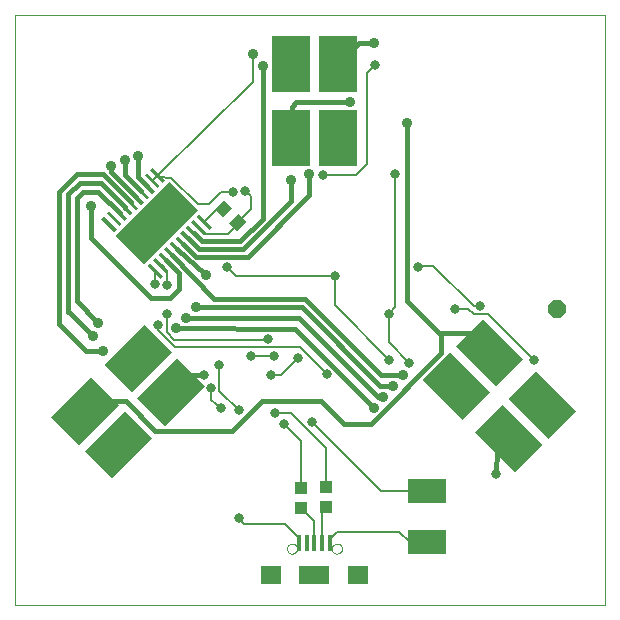
<source format=gbl>
G75*
%MOIN*%
%OFA0B0*%
%FSLAX24Y24*%
%IPPOS*%
%LPD*%
%AMOC8*
5,1,8,0,0,1.08239X$1,22.5*
%
%ADD10C,0.0000*%
%ADD11R,0.0118X0.0610*%
%ADD12R,0.2559X0.1339*%
%ADD13R,0.1299X0.1890*%
%ADD14R,0.0394X0.0433*%
%ADD15OC8,0.0600*%
%ADD16R,0.0709X0.0591*%
%ADD17R,0.0984X0.0591*%
%ADD18R,0.0157X0.0551*%
%ADD19R,0.0433X0.0394*%
%ADD20R,0.1299X0.0799*%
%ADD21C,0.0080*%
%ADD22C,0.0317*%
%ADD23C,0.0356*%
%ADD24C,0.0160*%
D10*
X000100Y001115D02*
X000100Y020800D01*
X019785Y020800D01*
X019785Y001115D01*
X000100Y001115D01*
X009175Y003001D02*
X009177Y003026D01*
X009183Y003051D01*
X009192Y003075D01*
X009205Y003097D01*
X009222Y003117D01*
X009241Y003134D01*
X009262Y003148D01*
X009286Y003158D01*
X009310Y003165D01*
X009336Y003168D01*
X009361Y003167D01*
X009386Y003162D01*
X009410Y003153D01*
X009433Y003141D01*
X009453Y003126D01*
X009471Y003107D01*
X009486Y003086D01*
X009497Y003063D01*
X009505Y003039D01*
X009509Y003014D01*
X009509Y002988D01*
X009505Y002963D01*
X009497Y002939D01*
X009486Y002916D01*
X009471Y002895D01*
X009453Y002876D01*
X009433Y002861D01*
X009410Y002849D01*
X009386Y002840D01*
X009361Y002835D01*
X009336Y002834D01*
X009310Y002837D01*
X009286Y002844D01*
X009262Y002854D01*
X009241Y002868D01*
X009222Y002885D01*
X009205Y002905D01*
X009192Y002927D01*
X009183Y002951D01*
X009177Y002976D01*
X009175Y003001D01*
X010671Y003001D02*
X010673Y003026D01*
X010679Y003051D01*
X010688Y003075D01*
X010701Y003097D01*
X010718Y003117D01*
X010737Y003134D01*
X010758Y003148D01*
X010782Y003158D01*
X010806Y003165D01*
X010832Y003168D01*
X010857Y003167D01*
X010882Y003162D01*
X010906Y003153D01*
X010929Y003141D01*
X010949Y003126D01*
X010967Y003107D01*
X010982Y003086D01*
X010993Y003063D01*
X011001Y003039D01*
X011005Y003014D01*
X011005Y002988D01*
X011001Y002963D01*
X010993Y002939D01*
X010982Y002916D01*
X010967Y002895D01*
X010949Y002876D01*
X010929Y002861D01*
X010906Y002849D01*
X010882Y002840D01*
X010857Y002835D01*
X010832Y002834D01*
X010806Y002837D01*
X010782Y002844D01*
X010758Y002854D01*
X010737Y002868D01*
X010718Y002885D01*
X010701Y002905D01*
X010688Y002927D01*
X010679Y002951D01*
X010673Y002976D01*
X010671Y003001D01*
D11*
G36*
X004538Y012434D02*
X004622Y012518D01*
X005052Y012088D01*
X004968Y012004D01*
X004538Y012434D01*
G37*
G36*
X004719Y012615D02*
X004803Y012699D01*
X005233Y012269D01*
X005149Y012185D01*
X004719Y012615D01*
G37*
G36*
X004900Y012796D02*
X004984Y012880D01*
X005414Y012450D01*
X005330Y012366D01*
X004900Y012796D01*
G37*
G36*
X005081Y012977D02*
X005165Y013061D01*
X005595Y012631D01*
X005511Y012547D01*
X005081Y012977D01*
G37*
G36*
X005262Y013158D02*
X005346Y013242D01*
X005776Y012812D01*
X005692Y012728D01*
X005262Y013158D01*
G37*
G36*
X005443Y013339D02*
X005527Y013423D01*
X005957Y012993D01*
X005873Y012909D01*
X005443Y013339D01*
G37*
G36*
X005624Y013520D02*
X005708Y013604D01*
X006138Y013174D01*
X006054Y013090D01*
X005624Y013520D01*
G37*
G36*
X005805Y013701D02*
X005889Y013785D01*
X006319Y013355D01*
X006235Y013271D01*
X005805Y013701D01*
G37*
G36*
X005986Y013881D02*
X006070Y013965D01*
X006500Y013535D01*
X006416Y013451D01*
X005986Y013881D01*
G37*
G36*
X006167Y014062D02*
X006251Y014146D01*
X006681Y013716D01*
X006597Y013632D01*
X006167Y014062D01*
G37*
G36*
X005122Y015275D02*
X005038Y015191D01*
X004608Y015621D01*
X004692Y015705D01*
X005122Y015275D01*
G37*
G36*
X004941Y015094D02*
X004857Y015010D01*
X004427Y015440D01*
X004511Y015524D01*
X004941Y015094D01*
G37*
G36*
X004760Y014914D02*
X004676Y014830D01*
X004246Y015260D01*
X004330Y015344D01*
X004760Y014914D01*
G37*
G36*
X004579Y014733D02*
X004495Y014649D01*
X004065Y015079D01*
X004149Y015163D01*
X004579Y014733D01*
G37*
G36*
X004398Y014552D02*
X004314Y014468D01*
X003884Y014898D01*
X003968Y014982D01*
X004398Y014552D01*
G37*
G36*
X004217Y014371D02*
X004133Y014287D01*
X003703Y014717D01*
X003787Y014801D01*
X004217Y014371D01*
G37*
G36*
X004036Y014190D02*
X003952Y014106D01*
X003522Y014536D01*
X003606Y014620D01*
X004036Y014190D01*
G37*
G36*
X003855Y014009D02*
X003771Y013925D01*
X003341Y014355D01*
X003425Y014439D01*
X003855Y014009D01*
G37*
G36*
X003674Y013828D02*
X003590Y013744D01*
X003160Y014174D01*
X003244Y014258D01*
X003674Y013828D01*
G37*
G36*
X003493Y013647D02*
X003409Y013563D01*
X002979Y013993D01*
X003063Y014077D01*
X003493Y013647D01*
G37*
D12*
G36*
X003453Y013424D02*
X005261Y015232D01*
X006207Y014286D01*
X004399Y012478D01*
X003453Y013424D01*
G37*
D13*
G36*
X003991Y008211D02*
X003073Y009129D01*
X004409Y010465D01*
X005327Y009547D01*
X003991Y008211D01*
G37*
G36*
X005105Y007098D02*
X004187Y008016D01*
X005523Y009352D01*
X006441Y008434D01*
X005105Y007098D01*
G37*
G36*
X003351Y005344D02*
X002433Y006262D01*
X003769Y007598D01*
X004687Y006680D01*
X003351Y005344D01*
G37*
G36*
X002237Y006457D02*
X001319Y007375D01*
X002655Y008711D01*
X003573Y007793D01*
X002237Y006457D01*
G37*
X009293Y016674D03*
X010867Y016674D03*
X010867Y019155D03*
X009293Y019155D03*
G36*
X014803Y009747D02*
X015721Y010665D01*
X017057Y009329D01*
X016139Y008411D01*
X014803Y009747D01*
G37*
G36*
X013689Y008634D02*
X014607Y009552D01*
X015943Y008216D01*
X015025Y007298D01*
X013689Y008634D01*
G37*
G36*
X015443Y006880D02*
X016361Y007798D01*
X017697Y006462D01*
X016779Y005544D01*
X015443Y006880D01*
G37*
G36*
X016557Y007993D02*
X017475Y008911D01*
X018811Y007575D01*
X017893Y006657D01*
X016557Y007993D01*
G37*
D14*
G36*
X007524Y013576D02*
X007245Y013855D01*
X007550Y014160D01*
X007829Y013881D01*
X007524Y013576D01*
G37*
G36*
X007050Y014049D02*
X006771Y014328D01*
X007076Y014633D01*
X007355Y014354D01*
X007050Y014049D01*
G37*
D15*
X018170Y010995D03*
D16*
X011540Y002135D03*
X008640Y002135D03*
D17*
X010090Y002135D03*
D18*
X010090Y003198D03*
X009834Y003198D03*
X009578Y003198D03*
X010346Y003198D03*
X010602Y003198D03*
D19*
X009640Y004370D03*
X009640Y005039D03*
X010470Y005059D03*
X010470Y004390D03*
D20*
X013830Y004915D03*
X013830Y003214D03*
D21*
X013790Y003255D01*
X013230Y003255D01*
X012920Y003565D01*
X010830Y003565D01*
X010602Y003336D01*
X010602Y003198D01*
X010346Y003198D02*
X010346Y004266D01*
X010470Y004390D01*
X010090Y003920D02*
X009640Y004370D01*
X010090Y003920D02*
X010090Y003198D01*
X009578Y003198D02*
X009578Y003366D01*
X009110Y003835D01*
X007750Y003835D01*
X007570Y004015D01*
X009640Y005039D02*
X009640Y006605D01*
X009080Y007165D01*
X009300Y007525D02*
X008760Y007525D01*
X009300Y007525D02*
X010470Y006355D01*
X010470Y005059D01*
X012300Y004935D02*
X010010Y007235D01*
X010500Y008835D02*
X009610Y009725D01*
X005440Y009725D01*
X004860Y010305D01*
X004860Y010445D01*
X005190Y010235D02*
X005180Y010835D01*
X005190Y010235D02*
X005420Y009965D01*
X008530Y009955D01*
X008530Y009995D01*
X008740Y009435D02*
X007990Y009425D01*
X008650Y008785D02*
X008980Y008785D01*
X009550Y009355D01*
X010770Y011115D02*
X012570Y009285D01*
X012560Y009885D02*
X012570Y010835D01*
X012780Y011045D01*
X012780Y015505D01*
X011840Y015835D02*
X011840Y018855D01*
X012120Y019135D01*
X011840Y015835D02*
X011470Y015465D01*
X010390Y015465D01*
X007980Y014745D02*
X007980Y014335D01*
X007537Y013891D01*
X007537Y013868D01*
X007537Y013821D01*
X007200Y013485D01*
X006467Y013485D01*
X006243Y013708D01*
X006424Y013889D02*
X006876Y014341D01*
X007063Y014341D01*
X006580Y014485D02*
X006210Y014485D01*
X005320Y015365D01*
X004899Y015405D01*
X004865Y015448D01*
X008050Y018544D01*
X008050Y019505D01*
X004865Y015448D02*
X004684Y015267D01*
X006580Y014485D02*
X006970Y014875D01*
X007360Y014875D01*
X007790Y014935D02*
X007980Y014745D01*
X007170Y012405D02*
X007480Y012085D01*
X010770Y012095D01*
X010770Y011115D01*
X012560Y009885D02*
X013230Y009185D01*
X014760Y010995D02*
X015220Y010995D01*
X015400Y010815D01*
X015860Y010815D01*
X017400Y009275D01*
X015600Y011075D02*
X015400Y011075D01*
X014050Y012425D01*
X013560Y012425D01*
X013540Y012405D01*
X007570Y007615D02*
X006920Y008265D01*
X006900Y009125D01*
X006650Y008355D02*
X006650Y007965D01*
X006960Y007685D01*
X005180Y011785D02*
X005180Y012265D01*
X005003Y012442D01*
X004976Y012442D01*
X004795Y012261D02*
X004790Y012256D01*
X004790Y011815D01*
X012300Y004935D02*
X013830Y004915D01*
D22*
X016150Y005475D03*
X013230Y009185D03*
X012570Y009285D03*
X012570Y010835D03*
X013540Y012405D03*
X014760Y010995D03*
X015600Y011075D03*
X017400Y009275D03*
X012780Y015505D03*
X010390Y015465D03*
X007790Y014935D03*
X007360Y014875D03*
X007170Y012405D03*
X005180Y011785D03*
X004790Y011815D03*
X005180Y010835D03*
X004860Y010445D03*
X006420Y008785D03*
X006900Y009125D03*
X006650Y008355D03*
X006960Y007685D03*
X007570Y007615D03*
X008760Y007525D03*
X009080Y007165D03*
X010010Y007235D03*
X010500Y008835D03*
X009550Y009355D03*
X008740Y009435D03*
X008530Y009995D03*
X007990Y009425D03*
X008650Y008785D03*
X010770Y012095D03*
X012120Y019135D03*
X007570Y004015D03*
D23*
X012060Y007705D03*
X012390Y008065D03*
X012710Y008415D03*
X013050Y008795D03*
X009310Y015305D03*
X009920Y015475D03*
X011260Y017875D03*
X013190Y017195D03*
X012060Y019855D03*
X008360Y019095D03*
X008050Y019505D03*
X004200Y016085D03*
X003760Y015965D03*
X003310Y015745D03*
X002630Y014425D03*
X006130Y011055D03*
X005810Y010705D03*
X005490Y010345D03*
X006480Y012135D03*
X003030Y009605D03*
X002700Y010075D03*
X002890Y010525D03*
D24*
X002160Y011255D01*
X002160Y014685D01*
X002380Y014905D01*
X002870Y014905D01*
X003593Y014182D01*
X003598Y014182D01*
X003779Y014363D02*
X003779Y014386D01*
X002960Y015205D01*
X002270Y015205D01*
X001880Y014815D01*
X001870Y010885D01*
X001900Y010875D01*
X002700Y010075D01*
X002490Y009595D02*
X003030Y009605D01*
X002490Y009595D02*
X001590Y010495D01*
X001590Y014905D01*
X002160Y015475D01*
X003029Y015475D01*
X003960Y014544D01*
X004141Y014725D02*
X003310Y015556D01*
X003310Y015745D01*
X003760Y015965D02*
X003760Y015468D01*
X004322Y014906D01*
X004503Y015087D02*
X004200Y015389D01*
X004200Y016085D01*
X002630Y014425D02*
X002630Y013345D01*
X004630Y011345D01*
X005280Y011345D01*
X005580Y011645D01*
X005580Y012200D01*
X005157Y012623D01*
X005338Y012804D02*
X006727Y011325D01*
X009790Y011325D01*
X012320Y008795D01*
X013050Y008795D01*
X012710Y008415D02*
X012290Y008415D01*
X009660Y011055D01*
X006130Y011055D01*
X005810Y010705D02*
X009570Y010675D01*
X012210Y008065D01*
X012390Y008065D01*
X012060Y007705D02*
X009430Y010335D01*
X005490Y010345D01*
X005870Y008795D02*
X005690Y008615D01*
X005680Y008591D01*
X005314Y008225D01*
X005870Y008795D02*
X006420Y008785D01*
X007330Y006935D02*
X004790Y006935D01*
X003810Y007915D01*
X002776Y007915D01*
X002446Y007584D01*
X006429Y012155D02*
X006480Y012135D01*
X006429Y012155D02*
X005519Y012985D01*
X005700Y013166D02*
X006131Y012735D01*
X007860Y012735D01*
X009920Y014795D01*
X009920Y015475D01*
X009310Y015305D02*
X009310Y014575D01*
X007710Y012975D01*
X006253Y012975D01*
X005881Y013347D01*
X006062Y013528D02*
X006345Y013245D01*
X007620Y013245D01*
X008360Y013985D01*
X008360Y019095D01*
X009480Y017875D02*
X009330Y017725D01*
X009330Y016712D01*
X009293Y016674D01*
X009480Y017875D02*
X011260Y017875D01*
X010867Y019155D02*
X011567Y019855D01*
X012060Y019855D01*
X013190Y017195D02*
X013190Y011255D01*
X014250Y010205D01*
X014315Y010204D01*
X014315Y009510D01*
X011960Y007155D01*
X011090Y007155D01*
X010310Y007935D01*
X008330Y007935D01*
X007330Y006935D01*
X014315Y010204D02*
X015274Y010195D01*
X015930Y009538D01*
X016570Y006671D02*
X016190Y006291D01*
X016150Y005475D01*
M02*

</source>
